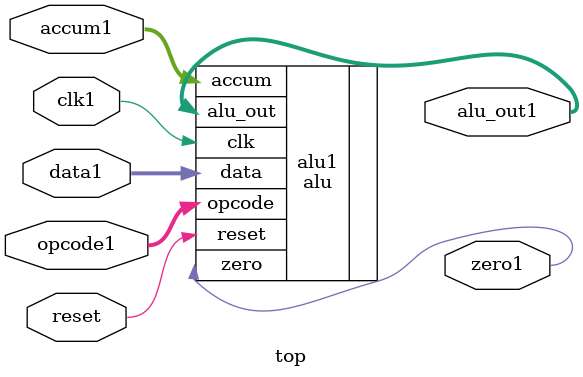
<source format=v>
module top (clk1, reset, accum1, data1, opcode1,  alu_out1, zero1);
//clk1, clk2, reset, accum1, data1, accum2, data2, opcode1, opcode2 , alu_out1, alu_out2, zero1, zero2
	input wire clk1, reset;
	input wire[7:0] accum1, data1;
	input wire[2:0] opcode1;
	output wire[7:0] alu_out1;
    output wire zero1;
	


	
 alu alu1(.clk(clk1), .reset(reset), .accum(accum1), .data(data1), .opcode(opcode1), .alu_out(alu_out1), .zero(zero1));






endmodule
</source>
